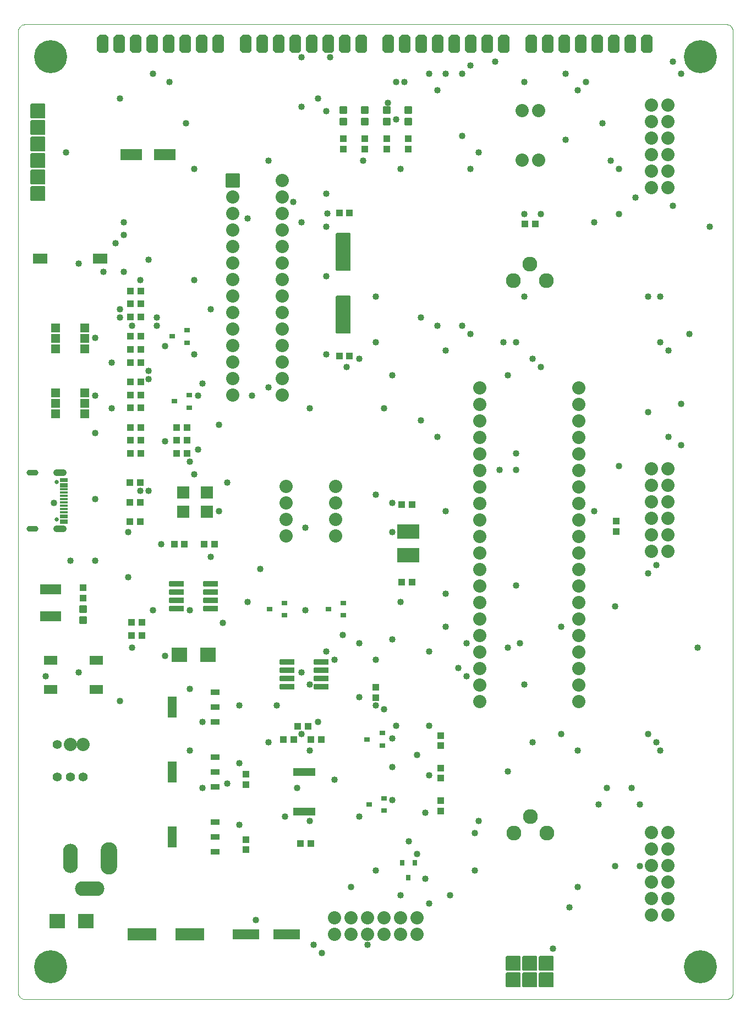
<source format=gbr>
G04 PROTEUS GERBER X2 FILE*
%TF.GenerationSoftware,Labcenter,Proteus,8.15-SP0-Build33980*%
%TF.CreationDate,2023-03-15T16:04:22+00:00*%
%TF.FileFunction,Soldermask,Top*%
%TF.FilePolarity,Negative*%
%TF.Part,Single*%
%TF.SameCoordinates,{4545a914-5e6f-4f91-a9de-dead5439e7db}*%
%FSLAX45Y45*%
%MOMM*%
G01*
%TA.AperFunction,Material*%
%ADD57C,1.016000*%
%AMPPAD052*
4,1,4,
0.570000,0.150000,
0.570000,-0.150000,
-0.570000,-0.150000,
-0.570000,0.150000,
0.570000,0.150000,
0*%
%TA.AperFunction,Material*%
%ADD58PPAD052*%
%ADD59C,0.635000*%
%AMPPAD054*
4,1,34,
1.000000,-0.000010,
0.990050,-0.102240,
0.961430,-0.196780,
0.915960,-0.281800,
0.855470,-0.355470,
0.781800,-0.415960,
0.696780,-0.461430,
0.602240,-0.490050,
0.500010,-0.500000,
-0.500010,-0.500000,
-0.602240,-0.490050,
-0.696780,-0.461430,
-0.781800,-0.415960,
-0.855470,-0.355470,
-0.915960,-0.281800,
-0.961430,-0.196780,
-0.990050,-0.102240,
-1.000000,0.000010,
-0.990050,0.102240,
-0.961430,0.196780,
-0.915960,0.281800,
-0.855470,0.355470,
-0.781800,0.415960,
-0.696780,0.461430,
-0.602240,0.490050,
-0.500010,0.500000,
0.500010,0.500000,
0.602240,0.490050,
0.696780,0.461430,
0.781800,0.415960,
0.855470,0.355470,
0.915960,0.281800,
0.961430,0.196780,
0.990050,0.102240,
1.000000,-0.000010,
0*%
%ADD60PPAD054*%
%AMPPAD055*
4,1,34,
0.900000,-0.000010,
0.891050,-0.092020,
0.865280,-0.177100,
0.824360,-0.253620,
0.769920,-0.319920,
0.703620,-0.374360,
0.627100,-0.415280,
0.542020,-0.441050,
0.450010,-0.450000,
-0.450010,-0.450000,
-0.542020,-0.441050,
-0.627100,-0.415280,
-0.703620,-0.374360,
-0.769920,-0.319920,
-0.824360,-0.253620,
-0.865280,-0.177100,
-0.891050,-0.092020,
-0.900000,0.000010,
-0.891050,0.092020,
-0.865280,0.177100,
-0.824360,0.253620,
-0.769920,0.319920,
-0.703620,0.374360,
-0.627100,0.415280,
-0.542020,0.441050,
-0.450010,0.450000,
0.450010,0.450000,
0.542020,0.441050,
0.627100,0.415280,
0.703620,0.374360,
0.769920,0.319920,
0.824360,0.253620,
0.865280,0.177100,
0.891050,0.092020,
0.900000,-0.000010,
0*%
%ADD61PPAD055*%
%AMPPAD056*
4,1,8,
-0.509800,1.397000,
0.509800,1.397000,
0.889000,1.017800,
0.889000,-1.017800,
0.509800,-1.397000,
-0.509800,-1.397000,
-0.889000,-1.017800,
-0.889000,1.017800,
-0.509800,1.397000,
0*%
%TA.AperFunction,Material*%
%ADD62PPAD056*%
%TA.AperFunction,Material*%
%ADD63C,2.032000*%
%AMPPAD058*
4,1,34,
-0.000010,-2.500000,
-0.255590,-2.475130,
-0.491950,-2.403560,
-0.704500,-2.289890,
-0.888670,-2.138670,
-1.039880,-1.954500,
-1.153560,-1.741950,
-1.225130,-1.505590,
-1.250000,-1.250010,
-1.250000,1.250010,
-1.225130,1.505590,
-1.153560,1.741950,
-1.039880,1.954500,
-0.888670,2.138670,
-0.704500,2.289890,
-0.491950,2.403560,
-0.255590,2.475130,
0.000010,2.500000,
0.255590,2.475130,
0.491950,2.403560,
0.704500,2.289890,
0.888670,2.138670,
1.039880,1.954500,
1.153560,1.741950,
1.225130,1.505590,
1.250000,1.250010,
1.250000,-1.250010,
1.225130,-1.505590,
1.153560,-1.741950,
1.039880,-1.954500,
0.888670,-2.138670,
0.704500,-2.289890,
0.491950,-2.403560,
0.255590,-2.475130,
-0.000010,-2.500000,
0*%
%TA.AperFunction,Material*%
%ADD64PPAD058*%
%AMPPAD059*
4,1,34,
-0.000010,-2.250000,
-0.230030,-2.227620,
-0.442750,-2.163210,
-0.634050,-2.060900,
-0.799800,-1.924800,
-0.935900,-1.759050,
-1.038210,-1.567750,
-1.102620,-1.355030,
-1.125000,-1.125010,
-1.125000,1.125010,
-1.102620,1.355030,
-1.038210,1.567750,
-0.935900,1.759050,
-0.799800,1.924800,
-0.634050,2.060900,
-0.442750,2.163210,
-0.230030,2.227620,
0.000010,2.250000,
0.230030,2.227620,
0.442750,2.163210,
0.634050,2.060900,
0.799800,1.924800,
0.935900,1.759050,
1.038210,1.567750,
1.102620,1.355030,
1.125000,1.125010,
1.125000,-1.125010,
1.102620,-1.355030,
1.038210,-1.567750,
0.935900,-1.759050,
0.799800,-1.924800,
0.634050,-2.060900,
0.442750,-2.163210,
0.230030,-2.227620,
-0.000010,-2.250000,
0*%
%ADD65PPAD059*%
%AMPPAD060*
4,1,34,
1.125010,-1.125000,
-1.125010,-1.125000,
-1.355030,-1.102620,
-1.567750,-1.038210,
-1.759050,-0.935900,
-1.924800,-0.799800,
-2.060900,-0.634050,
-2.163210,-0.442750,
-2.227620,-0.230030,
-2.250000,0.000010,
-2.227620,0.230030,
-2.163210,0.442750,
-2.060900,0.634050,
-1.924800,0.799800,
-1.759050,0.935900,
-1.567750,1.038210,
-1.355030,1.102620,
-1.125010,1.125000,
1.125010,1.125000,
1.355030,1.102620,
1.567750,1.038210,
1.759050,0.935900,
1.924800,0.799800,
2.060900,0.634050,
2.163210,0.442750,
2.227620,0.230030,
2.250000,-0.000010,
2.227620,-0.230030,
2.163210,-0.442750,
2.060900,-0.634050,
1.924800,-0.799800,
1.759050,-0.935900,
1.567750,-1.038210,
1.355030,-1.102620,
1.125010,-1.125000,
0*%
%ADD66PPAD060*%
%AMPPAD061*
4,1,4,
-0.650000,0.650000,
0.650000,0.650000,
0.650000,-0.650000,
-0.650000,-0.650000,
-0.650000,0.650000,
0*%
%TA.AperFunction,Material*%
%ADD67PPAD061*%
%AMPPAD062*
4,1,4,
-1.000000,0.650000,
1.000000,0.650000,
1.000000,-0.650000,
-1.000000,-0.650000,
-1.000000,0.650000,
0*%
%TA.AperFunction,Material*%
%ADD68PPAD062*%
%TA.AperFunction,Material*%
%ADD69C,1.410000*%
%AMPPAD064*
4,1,36,
1.143000,1.016000,
1.143000,-1.016000,
1.140470,-1.041970,
1.133200,-1.065980,
1.121650,-1.087580,
1.106290,-1.106290,
1.087570,-1.121650,
1.065980,-1.133200,
1.041970,-1.140470,
1.016000,-1.143000,
-1.016000,-1.143000,
-1.041970,-1.140470,
-1.065980,-1.133200,
-1.087570,-1.121650,
-1.106290,-1.106290,
-1.121650,-1.087580,
-1.133200,-1.065980,
-1.140470,-1.041970,
-1.143000,-1.016000,
-1.143000,1.016000,
-1.140470,1.041970,
-1.133200,1.065980,
-1.121650,1.087580,
-1.106290,1.106290,
-1.087570,1.121650,
-1.065980,1.133200,
-1.041970,1.140470,
-1.016000,1.143000,
1.016000,1.143000,
1.041970,1.140470,
1.065980,1.133200,
1.087570,1.121650,
1.106290,1.106290,
1.121650,1.087580,
1.133200,1.065980,
1.140470,1.041970,
1.143000,1.016000,
0*%
%ADD74PPAD064*%
%AMPPAD065*
4,1,36,
1.016000,-1.143000,
-1.016000,-1.143000,
-1.041970,-1.140470,
-1.065980,-1.133200,
-1.087580,-1.121650,
-1.106290,-1.106290,
-1.121650,-1.087570,
-1.133200,-1.065980,
-1.140470,-1.041970,
-1.143000,-1.016000,
-1.143000,1.016000,
-1.140470,1.041970,
-1.133200,1.065980,
-1.121650,1.087570,
-1.106290,1.106290,
-1.087580,1.121650,
-1.065980,1.133200,
-1.041970,1.140470,
-1.016000,1.143000,
1.016000,1.143000,
1.041970,1.140470,
1.065980,1.133200,
1.087580,1.121650,
1.106290,1.106290,
1.121650,1.087570,
1.133200,1.065980,
1.140470,1.041970,
1.143000,1.016000,
1.143000,-1.016000,
1.140470,-1.041970,
1.133200,-1.065980,
1.121650,-1.087570,
1.106290,-1.106290,
1.087580,-1.121650,
1.065980,-1.133200,
1.041970,-1.140470,
1.016000,-1.143000,
0*%
%ADD75PPAD065*%
%AMPPAD066*
4,1,36,
-0.952500,1.079500,
0.952500,1.079500,
0.978470,1.076970,
1.002480,1.069700,
1.024080,1.058150,
1.042790,1.042790,
1.058150,1.024070,
1.069700,1.002480,
1.076970,0.978470,
1.079500,0.952500,
1.079500,-0.952500,
1.076970,-0.978470,
1.069700,-1.002480,
1.058150,-1.024070,
1.042790,-1.042790,
1.024080,-1.058150,
1.002480,-1.069700,
0.978470,-1.076970,
0.952500,-1.079500,
-0.952500,-1.079500,
-0.978470,-1.076970,
-1.002480,-1.069700,
-1.024080,-1.058150,
-1.042790,-1.042790,
-1.058150,-1.024070,
-1.069700,-1.002480,
-1.076970,-0.978470,
-1.079500,-0.952500,
-1.079500,0.952500,
-1.076970,0.978470,
-1.069700,1.002480,
-1.058150,1.024070,
-1.042790,1.042790,
-1.024080,1.058150,
-1.002480,1.069700,
-0.978470,1.076970,
-0.952500,1.079500,
0*%
%TA.AperFunction,Material*%
%ADD76PPAD066*%
%AMPPAD067*
4,1,36,
-0.571500,-0.444500,
-0.571500,0.444500,
-0.568970,0.470470,
-0.561700,0.494480,
-0.550150,0.516080,
-0.534790,0.534790,
-0.516070,0.550150,
-0.494480,0.561700,
-0.470470,0.568970,
-0.444500,0.571500,
0.444500,0.571500,
0.470470,0.568970,
0.494480,0.561700,
0.516070,0.550150,
0.534790,0.534790,
0.550150,0.516080,
0.561700,0.494480,
0.568970,0.470470,
0.571500,0.444500,
0.571500,-0.444500,
0.568970,-0.470470,
0.561700,-0.494480,
0.550150,-0.516080,
0.534790,-0.534790,
0.516070,-0.550150,
0.494480,-0.561700,
0.470470,-0.568970,
0.444500,-0.571500,
-0.444500,-0.571500,
-0.470470,-0.568970,
-0.494480,-0.561700,
-0.516070,-0.550150,
-0.534790,-0.534790,
-0.550150,-0.516080,
-0.561700,-0.494480,
-0.568970,-0.470470,
-0.571500,-0.444500,
0*%
%TA.AperFunction,Material*%
%ADD77PPAD067*%
%TA.AperFunction,Material*%
%ADD78C,2.286000*%
%AMPPAD069*
4,1,4,
1.600000,0.750000,
1.600000,-0.750000,
-1.600000,-0.750000,
-1.600000,0.750000,
1.600000,0.750000,
0*%
%TA.AperFunction,Material*%
%ADD79PPAD069*%
%AMPPAD070*
4,1,36,
-1.016000,2.921000,
1.016000,2.921000,
1.041970,2.918470,
1.065980,2.911200,
1.087580,2.899650,
1.106290,2.884290,
1.121650,2.865570,
1.133200,2.843980,
1.140470,2.819970,
1.143000,2.794000,
1.143000,-2.794000,
1.140470,-2.819970,
1.133200,-2.843980,
1.121650,-2.865570,
1.106290,-2.884290,
1.087580,-2.899650,
1.065980,-2.911200,
1.041970,-2.918470,
1.016000,-2.921000,
-1.016000,-2.921000,
-1.041970,-2.918470,
-1.065980,-2.911200,
-1.087580,-2.899650,
-1.106290,-2.884290,
-1.121650,-2.865570,
-1.133200,-2.843980,
-1.140470,-2.819970,
-1.143000,-2.794000,
-1.143000,2.794000,
-1.140470,2.819970,
-1.133200,2.843980,
-1.121650,2.865570,
-1.106290,2.884290,
-1.087580,2.899650,
-1.065980,2.911200,
-1.041970,2.918470,
-1.016000,2.921000,
0*%
%ADD80PPAD070*%
%AMPPAD071*
4,1,36,
-0.655000,-0.395000,
-0.655000,0.395000,
-0.653610,0.409310,
-0.649600,0.422550,
-0.643230,0.434450,
-0.634760,0.444760,
-0.624450,0.453230,
-0.612550,0.459600,
-0.599310,0.463610,
-0.585000,0.465000,
0.585000,0.465000,
0.599310,0.463610,
0.612550,0.459600,
0.624450,0.453230,
0.634760,0.444760,
0.643230,0.434450,
0.649600,0.422550,
0.653610,0.409310,
0.655000,0.395000,
0.655000,-0.395000,
0.653610,-0.409310,
0.649600,-0.422550,
0.643230,-0.434450,
0.634760,-0.444760,
0.624450,-0.453230,
0.612550,-0.459600,
0.599310,-0.463610,
0.585000,-0.465000,
-0.585000,-0.465000,
-0.599310,-0.463610,
-0.612550,-0.459600,
-0.624450,-0.453230,
-0.634760,-0.444760,
-0.643230,-0.434450,
-0.649600,-0.422550,
-0.653610,-0.409310,
-0.655000,-0.395000,
0*%
%TA.AperFunction,Material*%
%ADD81PPAD071*%
%AMPPAD072*
4,1,36,
-0.655000,-1.520000,
-0.655000,1.520000,
-0.653010,1.540450,
-0.647290,1.559360,
-0.638190,1.576360,
-0.626090,1.591090,
-0.611360,1.603190,
-0.594360,1.612280,
-0.575450,1.618010,
-0.555000,1.620000,
0.555000,1.620000,
0.575450,1.618010,
0.594360,1.612280,
0.611360,1.603190,
0.626090,1.591090,
0.638190,1.576360,
0.647290,1.559360,
0.653010,1.540450,
0.655000,1.520000,
0.655000,-1.520000,
0.653010,-1.540450,
0.647290,-1.559360,
0.638190,-1.576360,
0.626090,-1.591090,
0.611360,-1.603190,
0.594360,-1.612280,
0.575450,-1.618010,
0.555000,-1.620000,
-0.555000,-1.620000,
-0.575450,-1.618010,
-0.594360,-1.612280,
-0.611360,-1.603190,
-0.626090,-1.591090,
-0.638190,-1.576360,
-0.647290,-1.559360,
-0.653010,-1.540450,
-0.655000,-1.520000,
0*%
%ADD82PPAD072*%
%AMPPAD073*
4,1,4,
1.090000,-0.800000,
-1.090000,-0.800000,
-1.090000,0.800000,
1.090000,0.800000,
1.090000,-0.800000,
0*%
%TA.AperFunction,Material*%
%ADD83PPAD073*%
%AMPPAD074*
4,1,36,
-1.143000,-0.317500,
-1.143000,0.317500,
-1.140470,0.343470,
-1.133200,0.367480,
-1.121650,0.389080,
-1.106290,0.407790,
-1.087570,0.423150,
-1.065980,0.434700,
-1.041970,0.441970,
-1.016000,0.444500,
1.016000,0.444500,
1.041970,0.441970,
1.065980,0.434700,
1.087570,0.423150,
1.106290,0.407790,
1.121650,0.389080,
1.133200,0.367480,
1.140470,0.343470,
1.143000,0.317500,
1.143000,-0.317500,
1.140470,-0.343470,
1.133200,-0.367480,
1.121650,-0.389080,
1.106290,-0.407790,
1.087570,-0.423150,
1.065980,-0.434700,
1.041970,-0.441970,
1.016000,-0.444500,
-1.016000,-0.444500,
-1.041970,-0.441970,
-1.065980,-0.434700,
-1.087570,-0.423150,
-1.106290,-0.407790,
-1.121650,-0.389080,
-1.133200,-0.367480,
-1.140470,-0.343470,
-1.143000,-0.317500,
0*%
%TA.AperFunction,Material*%
%ADD84PPAD074*%
%AMPPAD075*
4,1,4,
-1.150000,1.075000,
1.150000,1.075000,
1.150000,-1.075000,
-1.150000,-1.075000,
-1.150000,1.075000,
0*%
%TA.AperFunction,Material*%
%ADD85PPAD075*%
%AMPPAD076*
4,1,4,
1.700000,1.125000,
1.700000,-1.125000,
-1.700000,-1.125000,
-1.700000,1.125000,
1.700000,1.125000,
0*%
%ADD86PPAD076*%
%AMPPAD077*
4,1,4,
1.701800,0.622300,
1.701800,-0.622300,
-1.701800,-0.622300,
-1.701800,0.622300,
1.701800,0.622300,
0*%
%ADD87PPAD077*%
%AMPPAD078*
4,1,4,
0.469900,-0.495300,
-0.469900,-0.495300,
-0.469900,0.495300,
0.469900,0.495300,
0.469900,-0.495300,
0*%
%ADD88PPAD078*%
%AMPPAD079*
4,1,36,
0.825500,-0.952500,
-0.825500,-0.952500,
-0.851470,-0.949970,
-0.875480,-0.942700,
-0.897080,-0.931150,
-0.915790,-0.915790,
-0.931150,-0.897070,
-0.942700,-0.875480,
-0.949970,-0.851470,
-0.952500,-0.825500,
-0.952500,0.825500,
-0.949970,0.851470,
-0.942700,0.875480,
-0.931150,0.897070,
-0.915790,0.915790,
-0.897080,0.931150,
-0.875480,0.942700,
-0.851470,0.949970,
-0.825500,0.952500,
0.825500,0.952500,
0.851470,0.949970,
0.875480,0.942700,
0.897080,0.931150,
0.915790,0.915790,
0.931150,0.897070,
0.942700,0.875480,
0.949970,0.851470,
0.952500,0.825500,
0.952500,-0.825500,
0.949970,-0.851470,
0.942700,-0.875480,
0.931150,-0.897070,
0.915790,-0.915790,
0.897080,-0.931150,
0.875480,-0.942700,
0.851470,-0.949970,
0.825500,-0.952500,
0*%
%ADD89PPAD079*%
%AMPPAD080*
4,1,4,
-0.495300,-0.469900,
-0.495300,0.469900,
0.495300,0.469900,
0.495300,-0.469900,
-0.495300,-0.469900,
0*%
%ADD90PPAD080*%
%AMPPAD081*
4,1,4,
-2.197100,-0.901700,
-2.197100,0.901700,
2.197100,0.901700,
2.197100,-0.901700,
-2.197100,-0.901700,
0*%
%ADD91PPAD081*%
%AMPPAD082*
4,1,4,
-2.070100,-0.800100,
-2.070100,0.800100,
2.070100,0.800100,
2.070100,-0.800100,
-2.070100,-0.800100,
0*%
%ADD92PPAD082*%
%AMPPAD083*
4,1,4,
-1.651000,-0.825500,
-1.651000,0.825500,
1.651000,0.825500,
1.651000,-0.825500,
-1.651000,-0.825500,
0*%
%ADD93PPAD083*%
%AMPPAD084*
4,1,4,
0.444500,0.330200,
0.444500,-0.330200,
-0.444500,-0.330200,
-0.444500,0.330200,
0.444500,0.330200,
0*%
%TA.AperFunction,Material*%
%ADD94PPAD084*%
%AMPPAD085*
4,1,4,
-0.330200,0.444500,
0.330200,0.444500,
0.330200,-0.444500,
-0.330200,-0.444500,
-0.330200,0.444500,
0*%
%ADD95PPAD085*%
%TA.AperFunction,Material*%
%ADD96C,5.080000*%
%TA.AperFunction,Profile*%
%ADD47C,0.101600*%
%TD.AperFunction*%
D57*
X+254000Y+635000D03*
X+254000Y+190500D03*
X-4318000Y+2286000D03*
X-4318000Y+1714500D03*
X-4000500Y+4635500D03*
X-4191000Y+4191000D03*
X-3873500Y+4953000D03*
X-3619500Y+4064000D03*
X-3873500Y+4191000D03*
X-3873500Y+4762500D03*
X-3937000Y+3492500D03*
X-4064000Y+2794000D03*
X-3492500Y+2540000D03*
X-3937000Y+3619500D03*
X-4318000Y+3175000D03*
X-3492500Y+2667000D03*
X-3746500Y+3365500D03*
X-3365500Y+3492500D03*
X+254000Y-3429000D03*
X+254000Y-3937000D03*
X+508000Y-4572000D03*
X-1524000Y-2476500D03*
X-1016000Y-3175000D03*
X-1016000Y-4254500D03*
X-1143000Y-1968500D03*
X-1143000Y-2921000D03*
X-1016000Y-2159000D03*
X-889000Y-2730500D03*
X+2032000Y-3492500D03*
X+635000Y-4762500D03*
X+635000Y-3238500D03*
X-254000Y-2349500D03*
X-4572000Y+4318000D03*
X-4572000Y-1968500D03*
X-254000Y-1524000D03*
X+254000Y-2984500D03*
X+1524000Y-4445000D03*
X+1524000Y-5016500D03*
X+0Y-5016500D03*
X+0Y-2476500D03*
X-2794000Y+1079500D03*
X-2540000Y+3619500D03*
X-1270000Y+5270500D03*
X-2857500Y+1270000D03*
X-3619500Y+825500D03*
X-3492500Y+825500D03*
X-3810000Y+190500D03*
X+4000500Y+5334000D03*
X-3937000Y-2413000D03*
X-3302000Y+0D03*
X-4762500Y+6032500D03*
X-3238500Y+3048000D03*
X-3238500Y+1587500D03*
X-2794000Y+2921000D03*
X+825500Y-5524500D03*
X+2984500Y-5588000D03*
X+825500Y-2794000D03*
X+825500Y-3556000D03*
X+3365500Y+508000D03*
X+4191000Y+3810000D03*
X-1968500Y+5016500D03*
X+4572000Y+7429500D03*
X-2794000Y+4064000D03*
X+4191000Y+2032000D03*
X-2794000Y+5778500D03*
X+4381500Y+3810000D03*
X-2095500Y-3365500D03*
X-2349500Y-1206500D03*
X-1841500Y-5778500D03*
X-1778000Y-381000D03*
X-1968500Y-889000D03*
X-2095500Y-2476500D03*
X-1651000Y-3048000D03*
X-1397000Y-4191000D03*
X-635000Y-1778000D03*
X-635000Y-3619500D03*
X-1206500Y-3746500D03*
X+2540000Y+5080000D03*
X+3746500Y+5080000D03*
X+3746500Y+1206500D03*
X-4318000Y+698500D03*
X-4953000Y+635000D03*
X-4699000Y-254000D03*
X-4318000Y-254000D03*
X+2730500Y-6223000D03*
X-2413000Y+508000D03*
X-762000Y+2921000D03*
X-3429000Y-1016000D03*
X-2540000Y-190500D03*
X-2413000Y+1841500D03*
X+1079500Y-762000D03*
X-762000Y+4127500D03*
X-2286000Y-3683000D03*
X-2857500Y-1016000D03*
X-2667000Y-2730500D03*
X-5080000Y-2032000D03*
X-3492500Y+4381500D03*
X+2286000Y+5080000D03*
X-2730500Y+2286000D03*
X-2730500Y+1460500D03*
X-762000Y+4889500D03*
X+317500Y-2794000D03*
X+254000Y-1460500D03*
X+1079500Y-1270000D03*
X-2667000Y-3746500D03*
X+1079500Y+508000D03*
X+762000Y-5143500D03*
X+762000Y-4127500D03*
X-2095500Y-4318000D03*
X-3365500Y+3365500D03*
X+3111500Y+6985000D03*
X+3238500Y+7112000D03*
X+3365500Y+4953000D03*
X+4699000Y+2159000D03*
X+5143500Y+4889500D03*
X+4699000Y+7239000D03*
X+3492500Y+6477000D03*
X+2921000Y+6223000D03*
X+2921000Y+7239000D03*
X+3619500Y+5905500D03*
X+3746500Y+5778500D03*
X+190500Y+6794500D03*
X+1587500Y+6032500D03*
X+1333500Y+3365500D03*
X+444500Y+7112000D03*
X+1333500Y+6286500D03*
X+698500Y+1905000D03*
X+698500Y+3492500D03*
X+952500Y+6985000D03*
X+952500Y+1651000D03*
X+952500Y+3365500D03*
X+2159000Y+1397000D03*
X+2159000Y+3111500D03*
X+4381500Y+3111500D03*
X+4699000Y+1524000D03*
X+1397000Y-2032000D03*
X+1397000Y-1524000D03*
X+1079500Y+7239000D03*
X+1333500Y+7239000D03*
X+1079500Y+2984500D03*
X+4508500Y+2984500D03*
X+4508500Y+1651000D03*
X+2857500Y-2921000D03*
X+4191000Y-2921000D03*
X+4191000Y-444500D03*
X+2032000Y-1587500D03*
X+2413000Y-3048000D03*
X+4318000Y-3048000D03*
X+4318000Y-317500D03*
X+1968500Y+3111500D03*
X+0Y+3111500D03*
X+0Y+762000D03*
X+2286000Y-2159000D03*
X+127000Y-2540000D03*
X+127000Y+2095500D03*
X-1016000Y+2095500D03*
X+2222500Y-1524000D03*
X+2159000Y-635000D03*
X+2159000Y+1143000D03*
X+1905000Y+1143000D03*
X+1841500Y+7429500D03*
X-1143000Y+6731000D03*
X-762000Y+6667500D03*
X-762000Y+5397500D03*
X+4572000Y+5207000D03*
X+4953000Y-1587500D03*
X+2032000Y+2603500D03*
X+254000Y+2603500D03*
X+2413000Y+2857500D03*
X-254000Y+2857500D03*
X+4064000Y-4000500D03*
X+3429000Y-4000500D03*
X+4064000Y-4953000D03*
X+3683000Y-4953000D03*
X+3683000Y-952500D03*
X-698500Y+7493000D03*
X-1143000Y+7493000D03*
X-444500Y+2730500D03*
X+2540000Y+2730500D03*
X+3937000Y-3746500D03*
X+3556000Y-3746500D03*
X+0Y+3810000D03*
X+2286000Y+3810000D03*
X+2857500Y-1270000D03*
X+2286000Y+7112000D03*
X+381000Y+5778500D03*
X+381000Y-889000D03*
X-952500Y-6159500D03*
X-508000Y-1397000D03*
X-3937000Y+6858000D03*
X-889000Y+6858000D03*
X-127000Y-6159500D03*
X-825500Y-6286500D03*
X-762000Y-1651000D03*
X+825500Y+7239000D03*
X-3429000Y+7239000D03*
X+825500Y-1651000D03*
X+1270000Y-1905000D03*
X+317500Y+7112000D03*
X-3175000Y+7112000D03*
X+1143000Y-5397500D03*
X+381000Y-5397500D03*
X+317500Y+6540500D03*
X+0Y-1778000D03*
X-2921000Y+6477000D03*
X-190500Y+5905500D03*
X+1587500Y-4254500D03*
X+1460500Y+5778500D03*
X+3111500Y-5270500D03*
X-381000Y-5270500D03*
X+1460500Y+3238500D03*
X+4826000Y+3238500D03*
X+4381500Y-3175000D03*
X+3111500Y-3175000D03*
X+1460500Y+7366000D03*
X-1651000Y+2413000D03*
X-1905000Y+2286000D03*
X-2286000Y+952500D03*
X-1651000Y+5905500D03*
X-2667000Y+2476500D03*
X-1079500Y-1016000D03*
X-1079500Y+254000D03*
X-2857500Y-3175000D03*
X-3238500Y-1714500D03*
X-3746500Y-1587500D03*
X-2857500Y-2222500D03*
X-4064000Y+2095500D03*
X-3810000Y-508000D03*
X-254000Y-4191000D03*
X-740000Y+5090000D03*
X-1143000Y+4953000D03*
D58*
X-4800000Y+1005000D03*
X-4800000Y+925000D03*
X-4800000Y+795000D03*
X-4800000Y+695000D03*
X-4800000Y+645000D03*
X-4800000Y+545000D03*
X-4800000Y+415000D03*
X-4800000Y+335000D03*
X-4800000Y+365000D03*
X-4800000Y+445000D03*
X-4800000Y+494994D03*
X-4800000Y+595000D03*
X-4800000Y+745000D03*
X-4800000Y+845006D03*
X-4800000Y+895000D03*
X-4800000Y+975000D03*
D59*
X-4907000Y+959000D03*
X-4907000Y+381000D03*
D60*
X-4859000Y+1103000D03*
X-4859000Y+237000D03*
D61*
X-5277012Y+1103000D03*
X-5277012Y+237000D03*
D62*
X+2400000Y+7700000D03*
X+2654000Y+7700000D03*
X+2908000Y+7700000D03*
X+3162000Y+7700000D03*
X+3416000Y+7700000D03*
X+3670000Y+7700000D03*
X+3924000Y+7700000D03*
X+4178000Y+7700000D03*
X+200000Y+7700000D03*
X+454000Y+7700000D03*
X+708000Y+7700000D03*
X+962000Y+7700000D03*
X+1216000Y+7700000D03*
X+1470000Y+7700000D03*
X+1724000Y+7700000D03*
X+1978000Y+7700000D03*
X-2000000Y+7700000D03*
X-1746000Y+7700000D03*
X-1492000Y+7700000D03*
X-1238000Y+7700000D03*
X-984000Y+7700000D03*
X-730000Y+7700000D03*
X-476000Y+7700000D03*
X-222000Y+7700000D03*
X-4200000Y+7700000D03*
X-3946000Y+7700000D03*
X-3692000Y+7700000D03*
X-3438000Y+7700000D03*
X-3184000Y+7700000D03*
X-2930000Y+7700000D03*
X-2676000Y+7700000D03*
X-2422000Y+7700000D03*
D63*
X+4246000Y+6762000D03*
X+4500000Y+6762000D03*
X+4246000Y+6508000D03*
X+4500000Y+6508000D03*
X+4246000Y+6254000D03*
X+4500000Y+6254000D03*
X+4246000Y+6000000D03*
X+4500000Y+6000000D03*
X+4246000Y+5746000D03*
X+4500000Y+5746000D03*
X+4246000Y+5492000D03*
X+4500000Y+5492000D03*
D64*
X-4100000Y-4830000D03*
D65*
X-4700000Y-4830000D03*
D66*
X-4400000Y-5300000D03*
D63*
X+4246000Y+1162000D03*
X+4500000Y+1162000D03*
X+4246000Y+908000D03*
X+4500000Y+908000D03*
X+4246000Y+654000D03*
X+4500000Y+654000D03*
X+4246000Y+400000D03*
X+4500000Y+400000D03*
X+4246000Y+146000D03*
X+4500000Y+146000D03*
X+4246000Y-108000D03*
X+4500000Y-108000D03*
X+4246000Y-4438000D03*
X+4500000Y-4438000D03*
X+4246000Y-4692000D03*
X+4500000Y-4692000D03*
X+4246000Y-4946000D03*
X+4500000Y-4946000D03*
X+4246000Y-5200000D03*
X+4500000Y-5200000D03*
X+4246000Y-5454000D03*
X+4500000Y-5454000D03*
X+4246000Y-5708000D03*
X+4500000Y-5708000D03*
X+637000Y-5746000D03*
X+637000Y-6000000D03*
X+383000Y-5746000D03*
X+383000Y-6000000D03*
X+129000Y-5746000D03*
X+129000Y-6000000D03*
X-125000Y-5746000D03*
X-125000Y-6000000D03*
X-379000Y-5746000D03*
X-379000Y-6000000D03*
X-633000Y-5746000D03*
X-633000Y-6000000D03*
D67*
X-4925000Y+3330000D03*
X-4925000Y+3170000D03*
X-4925000Y+3010000D03*
X-4475000Y+3010000D03*
X-4475000Y+3170000D03*
X-4475000Y+3330000D03*
X-4925000Y+2330000D03*
X-4925000Y+2170000D03*
X-4925000Y+2010000D03*
X-4475000Y+2010000D03*
X-4475000Y+2170000D03*
X-4475000Y+2330000D03*
D68*
X-5000000Y-1780000D03*
X-4300000Y-1780000D03*
X-5000000Y-2230000D03*
X-4300000Y-2230000D03*
D69*
X-4900000Y-3080000D03*
D63*
X-4700000Y-3080000D03*
X-4500000Y-3080000D03*
D69*
X-4900000Y-3580000D03*
X-4700000Y-3580000D03*
X-4500000Y-3580000D03*
D74*
X-5200000Y+6662000D03*
X-5200000Y+6408000D03*
X-5200000Y+6154000D03*
X-5200000Y+5900000D03*
X-5200000Y+5646000D03*
X-5200000Y+5392000D03*
D75*
X+2630000Y-6700000D03*
X+2376000Y-6700000D03*
X+2122000Y-6700000D03*
X+2630000Y-6446000D03*
X+2376000Y-6446000D03*
X+2122000Y-6446000D03*
D63*
X+1600000Y+2411000D03*
X+1600000Y+2157000D03*
X+1600000Y+1903000D03*
X+1600000Y+1649000D03*
X+1600000Y+1395000D03*
X+1600000Y+1141000D03*
X+1600000Y+887000D03*
X+1600000Y+633000D03*
X+1600000Y+379000D03*
X+1600000Y+125000D03*
X+1600000Y-129000D03*
X+1600000Y-383000D03*
X+1600000Y-637000D03*
X+1600000Y-891000D03*
X+1600000Y-1145000D03*
X+1600000Y-1399000D03*
X+1600000Y-1653000D03*
X+1600000Y-1907000D03*
X+1600000Y-2161000D03*
X+1600000Y-2415000D03*
X+3124000Y-2415000D03*
X+3124000Y-2161000D03*
X+3124000Y-1907000D03*
X+3124000Y-1653000D03*
X+3124000Y-1399000D03*
X+3124000Y-1145000D03*
X+3124000Y-891000D03*
X+3124000Y-637000D03*
X+3124000Y-383000D03*
X+3124000Y-129000D03*
X+3124000Y+125000D03*
X+3124000Y+379000D03*
X+3124000Y+633000D03*
X+3124000Y+887000D03*
X+3124000Y+1141000D03*
X+3124000Y+1395000D03*
X+3124000Y+1649000D03*
X+3124000Y+1903000D03*
X+3124000Y+2157000D03*
X+3124000Y+2411000D03*
D76*
X-2200000Y+5600000D03*
D63*
X-2200000Y+5346000D03*
X-2200000Y+5092000D03*
X-2200000Y+4838000D03*
X-2200000Y+4584000D03*
X-2200000Y+4330000D03*
X-2200000Y+4076000D03*
X-2200000Y+3822000D03*
X-2200000Y+3568000D03*
X-2200000Y+3314000D03*
X-2200000Y+3060000D03*
X-2200000Y+2806000D03*
X-2200000Y+2552000D03*
X-2200000Y+2298000D03*
X-1438000Y+2298000D03*
X-1438000Y+2552000D03*
X-1438000Y+2806000D03*
X-1438000Y+3060000D03*
X-1438000Y+3314000D03*
X-1438000Y+3568000D03*
X-1438000Y+3822000D03*
X-1438000Y+4076000D03*
X-1438000Y+4330000D03*
X-1438000Y+4584000D03*
X-1438000Y+4838000D03*
X-1438000Y+5092000D03*
X-1438000Y+5346000D03*
X-1438000Y+5598000D03*
X+2510000Y+6673500D03*
X+2510000Y+5911500D03*
X+2256000Y+6673500D03*
X+2256000Y+5911500D03*
D77*
X-496666Y+6507500D03*
X-496666Y+6680220D03*
X-163333Y+6507500D03*
X-163333Y+6680220D03*
X+170000Y+6507500D03*
X+170000Y+6680220D03*
X+503334Y+6507500D03*
X+503334Y+6680220D03*
D78*
X+2624000Y+4056000D03*
X+2116000Y+4056000D03*
X+2370000Y+4310000D03*
D79*
X-5000000Y-690000D03*
X-5000000Y-1110000D03*
D63*
X-1378000Y+892000D03*
X-1378000Y+638000D03*
X-1378000Y+384000D03*
X-1378000Y+130000D03*
X-616000Y+130000D03*
X-616000Y+384000D03*
X-616000Y+638000D03*
X-616000Y+892000D03*
D80*
X-500000Y+4500000D03*
X-500000Y+3534800D03*
D81*
X-2466000Y-3729000D03*
X-2466000Y-3500000D03*
X-2466000Y-3271000D03*
D82*
X-3134000Y-3500000D03*
D83*
X-4240006Y+4400000D03*
X-5159994Y+4400000D03*
D81*
X-2466000Y-2729000D03*
X-2466000Y-2500000D03*
X-2466000Y-2271000D03*
D82*
X-3134000Y-2500000D03*
D81*
X-2466000Y-4729000D03*
X-2466000Y-4500000D03*
X-2466000Y-4271000D03*
D82*
X-3134000Y-4500000D03*
D84*
X-3060350Y-609500D03*
X-3060350Y-736500D03*
X-3060350Y-863500D03*
X-3060350Y-990500D03*
X-2539650Y-990500D03*
X-2539650Y-863500D03*
X-2539650Y-736500D03*
X-2539650Y-609500D03*
D85*
X-3020000Y-1700000D03*
X-2580000Y-1700000D03*
X-4460000Y-5800000D03*
X-4900000Y-5800000D03*
D78*
X+2634000Y-4444000D03*
X+2126000Y-4444000D03*
X+2380000Y-4190000D03*
D86*
X+500000Y+200000D03*
X+500000Y-170000D03*
D84*
X-1360350Y-1809500D03*
X-1360350Y-1936500D03*
X-1360350Y-2063500D03*
X-1360350Y-2190500D03*
X-839650Y-2190500D03*
X-839650Y-2063500D03*
X-839650Y-1936500D03*
X-839650Y-1809500D03*
D87*
X-1100000Y-3500000D03*
X-1100000Y-4110000D03*
D88*
X-3610000Y+3500000D03*
X-3770000Y+3500000D03*
X-3610000Y+3700000D03*
X-3770000Y+3700000D03*
X-3610000Y+3900000D03*
X-3770000Y+3900000D03*
X-3610000Y+2800000D03*
X-3770000Y+2800000D03*
X-3610000Y+3000000D03*
X-3770000Y+3000000D03*
X-3610000Y+3200000D03*
X-3770000Y+3200000D03*
X-3770000Y+2500000D03*
X-3610000Y+2500000D03*
X-3770000Y+2300000D03*
X-3610000Y+2300000D03*
X-3770000Y+2100000D03*
X-3610000Y+2100000D03*
X-3610000Y+1400000D03*
X-3770000Y+1400000D03*
X-3610000Y+1600000D03*
X-3770000Y+1600000D03*
X-3610000Y+1800000D03*
X-3770000Y+1800000D03*
X+400000Y-585000D03*
X+560000Y-585000D03*
X+400000Y+615000D03*
X+560000Y+615000D03*
X-1000000Y-4600000D03*
X-1160000Y-4600000D03*
X-1260000Y-3000000D03*
X-1420000Y-3000000D03*
D89*
X-2600000Y+500000D03*
X-2960680Y+500000D03*
X-2600000Y+800000D03*
X-2960680Y+800000D03*
D90*
X-4500000Y-830000D03*
X-4500000Y-670000D03*
D77*
X-4500000Y-997280D03*
X-4500000Y-1170000D03*
D91*
X-3600000Y-6000000D03*
X-2860000Y-6000000D03*
D92*
X-2000000Y-6000000D03*
X-1370000Y-6000000D03*
D93*
X-3760000Y+6000000D03*
X-3240000Y+6000000D03*
D94*
X-2870000Y+2105000D03*
X-2870000Y+2295000D03*
X-3100000Y+2200000D03*
X-2900000Y+3105000D03*
X-2900000Y+3295000D03*
X-3130000Y+3200000D03*
D88*
X-2900000Y+1800000D03*
X-3060000Y+1800000D03*
X-2900000Y+1600000D03*
X-3060000Y+1600000D03*
X-2900000Y+1400000D03*
X-3060000Y+1400000D03*
X-1000000Y-3000000D03*
X-840000Y-3000000D03*
D94*
X+130000Y-4095000D03*
X+130000Y-3905000D03*
X-100000Y-4000000D03*
D95*
X+600000Y-4900000D03*
X+410000Y-4900000D03*
X+505000Y-5130000D03*
D94*
X+100000Y-3095000D03*
X+100000Y-2905000D03*
X-130000Y-3000000D03*
X-1400000Y-1090000D03*
X-1400000Y-900000D03*
X-1630000Y-995000D03*
X-500000Y-1090000D03*
X-500000Y-900000D03*
X-730000Y-995000D03*
D88*
X-3100000Y+0D03*
X-2940000Y+0D03*
X-2480000Y+0D03*
X-2640000Y+0D03*
X-3600000Y-1400000D03*
X-3760000Y-1400000D03*
X-3600000Y-1200000D03*
X-3760000Y-1200000D03*
X-400000Y+5100000D03*
X-560000Y+5100000D03*
X-400000Y+2900000D03*
X-560000Y+2900000D03*
X-3620000Y+950000D03*
X-3780000Y+950000D03*
X-3620000Y+650000D03*
X-3780000Y+650000D03*
X-3620000Y+350000D03*
X-3780000Y+350000D03*
D90*
X-2000000Y-4700000D03*
X-2000000Y-4540000D03*
X-2000000Y-3540000D03*
X-2000000Y-3700000D03*
X+3700000Y+200000D03*
X+3700000Y+360000D03*
X+1000000Y-4100000D03*
X+1000000Y-3940000D03*
X+1000000Y-3100000D03*
X+1000000Y-2940000D03*
X+1000000Y-3440000D03*
X+1000000Y-3600000D03*
X+0Y-2200000D03*
X+0Y-2360000D03*
D88*
X-1200000Y-2800000D03*
X-1040000Y-2800000D03*
D90*
X-496666Y+6240000D03*
X-496666Y+6080000D03*
X-163333Y+6240000D03*
X-163333Y+6080000D03*
X+170000Y+6240000D03*
X+170000Y+6080000D03*
X+503334Y+6240000D03*
X+503334Y+6080000D03*
D88*
X+2300000Y+4930000D03*
X+2460000Y+4930000D03*
D96*
X-5000000Y+7500000D03*
X+5000000Y+7500000D03*
X-5000000Y-6500000D03*
X+5000000Y-6500000D03*
D47*
X+5500000Y-6900000D02*
X+5498010Y-6920447D01*
X+5492285Y-6939355D01*
X+5471094Y-6971094D01*
X+5439356Y-6992285D01*
X+5420447Y-6998010D01*
X+5400000Y-7000000D01*
X-5500000Y-6900000D02*
X-5498010Y-6920447D01*
X-5492285Y-6939355D01*
X-5471094Y-6971094D01*
X-5439356Y-6992285D01*
X-5420447Y-6998010D01*
X-5400000Y-7000000D01*
X+5400000Y+8000000D02*
X+5420447Y+7998010D01*
X+5439356Y+7992285D01*
X+5471094Y+7971094D01*
X+5492285Y+7939355D01*
X+5498010Y+7920447D01*
X+5500000Y+7900000D01*
X-5400000Y+8000000D02*
X-5420447Y+7998010D01*
X-5439356Y+7992285D01*
X-5471094Y+7971094D01*
X-5492285Y+7939355D01*
X-5498010Y+7920447D01*
X-5500000Y+7900000D01*
X-5400000Y+8000000D02*
X+5400000Y+8000000D01*
X+5500000Y+7900000D02*
X+5500000Y-6900000D01*
X+5400000Y-7000000D02*
X-5400000Y-7000000D01*
X-5500000Y-6900000D02*
X-5500000Y+7900000D01*
M02*

</source>
